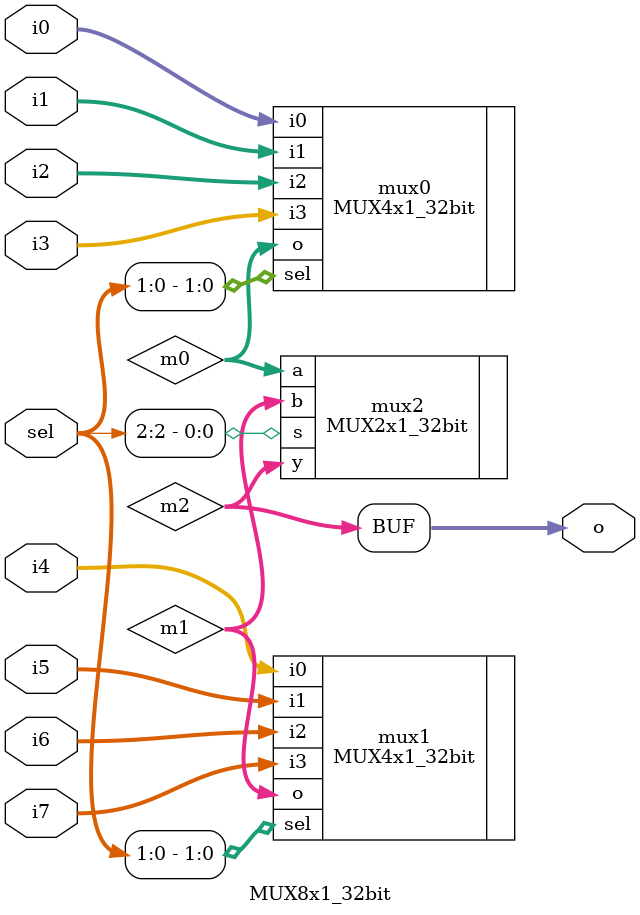
<source format=v>
module MUX8x1_32bit (
  input [31:0] i0,
  input [31:0] i1,
  input [31:0] i2,
  input [31:0] i3,
  input [31:0] i4,
  input [31:0] i5,
  input [31:0] i6,
  input [31:0] i7,
  input [2:0] sel,
  output reg [31:0] o
);

wire [31:0] m0, m1, m2, m3;

MUX4x1_32bit mux0 (.i0(i0), .i1(i1), .i2(i2), .i3(i3), .sel(sel[1:0]), .o(m0));
MUX4x1_32bit mux1 (.i0(i4), .i1(i5), .i2(i6), .i3(i7), .sel(sel[1:0]), .o(m1));
MUX2x1_32bit mux2 (.a(m0), .b(m1), .s(sel[2]), .y(m2));

assign o = m2;

endmodule

</source>
